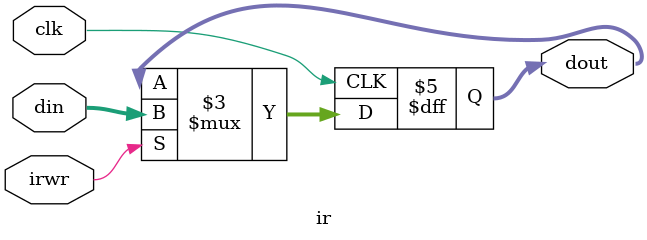
<source format=v>
`timescale 1ns / 1ps


module ir(
    input clk,
    input irwr,
    input [31:0] din,
    output reg [31:0] dout
    );
    always@(posedge clk)
    begin
        if(irwr)
            dout = din;
    end
endmodule

</source>
